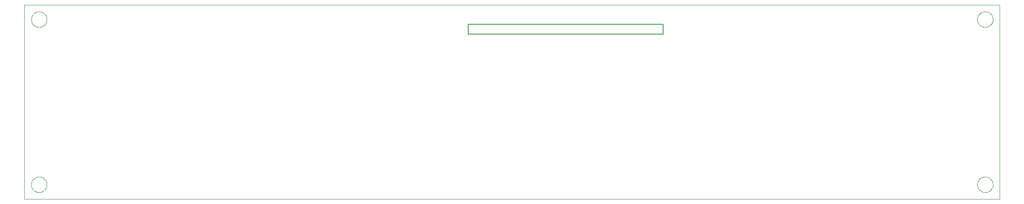
<source format=gbo>
G75*
%MOIN*%
%OFA0B0*%
%FSLAX25Y25*%
%IPPOS*%
%LPD*%
%AMOC8*
5,1,8,0,0,1.08239X$1,22.5*
%
%ADD10C,0.00000*%
%ADD11C,0.00500*%
D10*
X0001000Y0001000D02*
X0001000Y0158480D01*
X0788402Y0158480D01*
X0788402Y0001000D01*
X0001000Y0001000D01*
X0006512Y0012811D02*
X0006514Y0012969D01*
X0006520Y0013127D01*
X0006530Y0013285D01*
X0006544Y0013443D01*
X0006562Y0013600D01*
X0006583Y0013757D01*
X0006609Y0013913D01*
X0006639Y0014069D01*
X0006672Y0014224D01*
X0006710Y0014377D01*
X0006751Y0014530D01*
X0006796Y0014682D01*
X0006845Y0014833D01*
X0006898Y0014982D01*
X0006954Y0015130D01*
X0007014Y0015276D01*
X0007078Y0015421D01*
X0007146Y0015564D01*
X0007217Y0015706D01*
X0007291Y0015846D01*
X0007369Y0015983D01*
X0007451Y0016119D01*
X0007535Y0016253D01*
X0007624Y0016384D01*
X0007715Y0016513D01*
X0007810Y0016640D01*
X0007907Y0016765D01*
X0008008Y0016887D01*
X0008112Y0017006D01*
X0008219Y0017123D01*
X0008329Y0017237D01*
X0008442Y0017348D01*
X0008557Y0017457D01*
X0008675Y0017562D01*
X0008796Y0017664D01*
X0008919Y0017764D01*
X0009045Y0017860D01*
X0009173Y0017953D01*
X0009303Y0018043D01*
X0009436Y0018129D01*
X0009571Y0018213D01*
X0009707Y0018292D01*
X0009846Y0018369D01*
X0009987Y0018441D01*
X0010129Y0018511D01*
X0010273Y0018576D01*
X0010419Y0018638D01*
X0010566Y0018696D01*
X0010715Y0018751D01*
X0010865Y0018802D01*
X0011016Y0018849D01*
X0011168Y0018892D01*
X0011321Y0018931D01*
X0011476Y0018967D01*
X0011631Y0018998D01*
X0011787Y0019026D01*
X0011943Y0019050D01*
X0012100Y0019070D01*
X0012258Y0019086D01*
X0012415Y0019098D01*
X0012574Y0019106D01*
X0012732Y0019110D01*
X0012890Y0019110D01*
X0013048Y0019106D01*
X0013207Y0019098D01*
X0013364Y0019086D01*
X0013522Y0019070D01*
X0013679Y0019050D01*
X0013835Y0019026D01*
X0013991Y0018998D01*
X0014146Y0018967D01*
X0014301Y0018931D01*
X0014454Y0018892D01*
X0014606Y0018849D01*
X0014757Y0018802D01*
X0014907Y0018751D01*
X0015056Y0018696D01*
X0015203Y0018638D01*
X0015349Y0018576D01*
X0015493Y0018511D01*
X0015635Y0018441D01*
X0015776Y0018369D01*
X0015915Y0018292D01*
X0016051Y0018213D01*
X0016186Y0018129D01*
X0016319Y0018043D01*
X0016449Y0017953D01*
X0016577Y0017860D01*
X0016703Y0017764D01*
X0016826Y0017664D01*
X0016947Y0017562D01*
X0017065Y0017457D01*
X0017180Y0017348D01*
X0017293Y0017237D01*
X0017403Y0017123D01*
X0017510Y0017006D01*
X0017614Y0016887D01*
X0017715Y0016765D01*
X0017812Y0016640D01*
X0017907Y0016513D01*
X0017998Y0016384D01*
X0018087Y0016253D01*
X0018171Y0016119D01*
X0018253Y0015983D01*
X0018331Y0015846D01*
X0018405Y0015706D01*
X0018476Y0015564D01*
X0018544Y0015421D01*
X0018608Y0015276D01*
X0018668Y0015130D01*
X0018724Y0014982D01*
X0018777Y0014833D01*
X0018826Y0014682D01*
X0018871Y0014530D01*
X0018912Y0014377D01*
X0018950Y0014224D01*
X0018983Y0014069D01*
X0019013Y0013913D01*
X0019039Y0013757D01*
X0019060Y0013600D01*
X0019078Y0013443D01*
X0019092Y0013285D01*
X0019102Y0013127D01*
X0019108Y0012969D01*
X0019110Y0012811D01*
X0019108Y0012653D01*
X0019102Y0012495D01*
X0019092Y0012337D01*
X0019078Y0012179D01*
X0019060Y0012022D01*
X0019039Y0011865D01*
X0019013Y0011709D01*
X0018983Y0011553D01*
X0018950Y0011398D01*
X0018912Y0011245D01*
X0018871Y0011092D01*
X0018826Y0010940D01*
X0018777Y0010789D01*
X0018724Y0010640D01*
X0018668Y0010492D01*
X0018608Y0010346D01*
X0018544Y0010201D01*
X0018476Y0010058D01*
X0018405Y0009916D01*
X0018331Y0009776D01*
X0018253Y0009639D01*
X0018171Y0009503D01*
X0018087Y0009369D01*
X0017998Y0009238D01*
X0017907Y0009109D01*
X0017812Y0008982D01*
X0017715Y0008857D01*
X0017614Y0008735D01*
X0017510Y0008616D01*
X0017403Y0008499D01*
X0017293Y0008385D01*
X0017180Y0008274D01*
X0017065Y0008165D01*
X0016947Y0008060D01*
X0016826Y0007958D01*
X0016703Y0007858D01*
X0016577Y0007762D01*
X0016449Y0007669D01*
X0016319Y0007579D01*
X0016186Y0007493D01*
X0016051Y0007409D01*
X0015915Y0007330D01*
X0015776Y0007253D01*
X0015635Y0007181D01*
X0015493Y0007111D01*
X0015349Y0007046D01*
X0015203Y0006984D01*
X0015056Y0006926D01*
X0014907Y0006871D01*
X0014757Y0006820D01*
X0014606Y0006773D01*
X0014454Y0006730D01*
X0014301Y0006691D01*
X0014146Y0006655D01*
X0013991Y0006624D01*
X0013835Y0006596D01*
X0013679Y0006572D01*
X0013522Y0006552D01*
X0013364Y0006536D01*
X0013207Y0006524D01*
X0013048Y0006516D01*
X0012890Y0006512D01*
X0012732Y0006512D01*
X0012574Y0006516D01*
X0012415Y0006524D01*
X0012258Y0006536D01*
X0012100Y0006552D01*
X0011943Y0006572D01*
X0011787Y0006596D01*
X0011631Y0006624D01*
X0011476Y0006655D01*
X0011321Y0006691D01*
X0011168Y0006730D01*
X0011016Y0006773D01*
X0010865Y0006820D01*
X0010715Y0006871D01*
X0010566Y0006926D01*
X0010419Y0006984D01*
X0010273Y0007046D01*
X0010129Y0007111D01*
X0009987Y0007181D01*
X0009846Y0007253D01*
X0009707Y0007330D01*
X0009571Y0007409D01*
X0009436Y0007493D01*
X0009303Y0007579D01*
X0009173Y0007669D01*
X0009045Y0007762D01*
X0008919Y0007858D01*
X0008796Y0007958D01*
X0008675Y0008060D01*
X0008557Y0008165D01*
X0008442Y0008274D01*
X0008329Y0008385D01*
X0008219Y0008499D01*
X0008112Y0008616D01*
X0008008Y0008735D01*
X0007907Y0008857D01*
X0007810Y0008982D01*
X0007715Y0009109D01*
X0007624Y0009238D01*
X0007535Y0009369D01*
X0007451Y0009503D01*
X0007369Y0009639D01*
X0007291Y0009776D01*
X0007217Y0009916D01*
X0007146Y0010058D01*
X0007078Y0010201D01*
X0007014Y0010346D01*
X0006954Y0010492D01*
X0006898Y0010640D01*
X0006845Y0010789D01*
X0006796Y0010940D01*
X0006751Y0011092D01*
X0006710Y0011245D01*
X0006672Y0011398D01*
X0006639Y0011553D01*
X0006609Y0011709D01*
X0006583Y0011865D01*
X0006562Y0012022D01*
X0006544Y0012179D01*
X0006530Y0012337D01*
X0006520Y0012495D01*
X0006514Y0012653D01*
X0006512Y0012811D01*
X0006512Y0146669D02*
X0006514Y0146827D01*
X0006520Y0146985D01*
X0006530Y0147143D01*
X0006544Y0147301D01*
X0006562Y0147458D01*
X0006583Y0147615D01*
X0006609Y0147771D01*
X0006639Y0147927D01*
X0006672Y0148082D01*
X0006710Y0148235D01*
X0006751Y0148388D01*
X0006796Y0148540D01*
X0006845Y0148691D01*
X0006898Y0148840D01*
X0006954Y0148988D01*
X0007014Y0149134D01*
X0007078Y0149279D01*
X0007146Y0149422D01*
X0007217Y0149564D01*
X0007291Y0149704D01*
X0007369Y0149841D01*
X0007451Y0149977D01*
X0007535Y0150111D01*
X0007624Y0150242D01*
X0007715Y0150371D01*
X0007810Y0150498D01*
X0007907Y0150623D01*
X0008008Y0150745D01*
X0008112Y0150864D01*
X0008219Y0150981D01*
X0008329Y0151095D01*
X0008442Y0151206D01*
X0008557Y0151315D01*
X0008675Y0151420D01*
X0008796Y0151522D01*
X0008919Y0151622D01*
X0009045Y0151718D01*
X0009173Y0151811D01*
X0009303Y0151901D01*
X0009436Y0151987D01*
X0009571Y0152071D01*
X0009707Y0152150D01*
X0009846Y0152227D01*
X0009987Y0152299D01*
X0010129Y0152369D01*
X0010273Y0152434D01*
X0010419Y0152496D01*
X0010566Y0152554D01*
X0010715Y0152609D01*
X0010865Y0152660D01*
X0011016Y0152707D01*
X0011168Y0152750D01*
X0011321Y0152789D01*
X0011476Y0152825D01*
X0011631Y0152856D01*
X0011787Y0152884D01*
X0011943Y0152908D01*
X0012100Y0152928D01*
X0012258Y0152944D01*
X0012415Y0152956D01*
X0012574Y0152964D01*
X0012732Y0152968D01*
X0012890Y0152968D01*
X0013048Y0152964D01*
X0013207Y0152956D01*
X0013364Y0152944D01*
X0013522Y0152928D01*
X0013679Y0152908D01*
X0013835Y0152884D01*
X0013991Y0152856D01*
X0014146Y0152825D01*
X0014301Y0152789D01*
X0014454Y0152750D01*
X0014606Y0152707D01*
X0014757Y0152660D01*
X0014907Y0152609D01*
X0015056Y0152554D01*
X0015203Y0152496D01*
X0015349Y0152434D01*
X0015493Y0152369D01*
X0015635Y0152299D01*
X0015776Y0152227D01*
X0015915Y0152150D01*
X0016051Y0152071D01*
X0016186Y0151987D01*
X0016319Y0151901D01*
X0016449Y0151811D01*
X0016577Y0151718D01*
X0016703Y0151622D01*
X0016826Y0151522D01*
X0016947Y0151420D01*
X0017065Y0151315D01*
X0017180Y0151206D01*
X0017293Y0151095D01*
X0017403Y0150981D01*
X0017510Y0150864D01*
X0017614Y0150745D01*
X0017715Y0150623D01*
X0017812Y0150498D01*
X0017907Y0150371D01*
X0017998Y0150242D01*
X0018087Y0150111D01*
X0018171Y0149977D01*
X0018253Y0149841D01*
X0018331Y0149704D01*
X0018405Y0149564D01*
X0018476Y0149422D01*
X0018544Y0149279D01*
X0018608Y0149134D01*
X0018668Y0148988D01*
X0018724Y0148840D01*
X0018777Y0148691D01*
X0018826Y0148540D01*
X0018871Y0148388D01*
X0018912Y0148235D01*
X0018950Y0148082D01*
X0018983Y0147927D01*
X0019013Y0147771D01*
X0019039Y0147615D01*
X0019060Y0147458D01*
X0019078Y0147301D01*
X0019092Y0147143D01*
X0019102Y0146985D01*
X0019108Y0146827D01*
X0019110Y0146669D01*
X0019108Y0146511D01*
X0019102Y0146353D01*
X0019092Y0146195D01*
X0019078Y0146037D01*
X0019060Y0145880D01*
X0019039Y0145723D01*
X0019013Y0145567D01*
X0018983Y0145411D01*
X0018950Y0145256D01*
X0018912Y0145103D01*
X0018871Y0144950D01*
X0018826Y0144798D01*
X0018777Y0144647D01*
X0018724Y0144498D01*
X0018668Y0144350D01*
X0018608Y0144204D01*
X0018544Y0144059D01*
X0018476Y0143916D01*
X0018405Y0143774D01*
X0018331Y0143634D01*
X0018253Y0143497D01*
X0018171Y0143361D01*
X0018087Y0143227D01*
X0017998Y0143096D01*
X0017907Y0142967D01*
X0017812Y0142840D01*
X0017715Y0142715D01*
X0017614Y0142593D01*
X0017510Y0142474D01*
X0017403Y0142357D01*
X0017293Y0142243D01*
X0017180Y0142132D01*
X0017065Y0142023D01*
X0016947Y0141918D01*
X0016826Y0141816D01*
X0016703Y0141716D01*
X0016577Y0141620D01*
X0016449Y0141527D01*
X0016319Y0141437D01*
X0016186Y0141351D01*
X0016051Y0141267D01*
X0015915Y0141188D01*
X0015776Y0141111D01*
X0015635Y0141039D01*
X0015493Y0140969D01*
X0015349Y0140904D01*
X0015203Y0140842D01*
X0015056Y0140784D01*
X0014907Y0140729D01*
X0014757Y0140678D01*
X0014606Y0140631D01*
X0014454Y0140588D01*
X0014301Y0140549D01*
X0014146Y0140513D01*
X0013991Y0140482D01*
X0013835Y0140454D01*
X0013679Y0140430D01*
X0013522Y0140410D01*
X0013364Y0140394D01*
X0013207Y0140382D01*
X0013048Y0140374D01*
X0012890Y0140370D01*
X0012732Y0140370D01*
X0012574Y0140374D01*
X0012415Y0140382D01*
X0012258Y0140394D01*
X0012100Y0140410D01*
X0011943Y0140430D01*
X0011787Y0140454D01*
X0011631Y0140482D01*
X0011476Y0140513D01*
X0011321Y0140549D01*
X0011168Y0140588D01*
X0011016Y0140631D01*
X0010865Y0140678D01*
X0010715Y0140729D01*
X0010566Y0140784D01*
X0010419Y0140842D01*
X0010273Y0140904D01*
X0010129Y0140969D01*
X0009987Y0141039D01*
X0009846Y0141111D01*
X0009707Y0141188D01*
X0009571Y0141267D01*
X0009436Y0141351D01*
X0009303Y0141437D01*
X0009173Y0141527D01*
X0009045Y0141620D01*
X0008919Y0141716D01*
X0008796Y0141816D01*
X0008675Y0141918D01*
X0008557Y0142023D01*
X0008442Y0142132D01*
X0008329Y0142243D01*
X0008219Y0142357D01*
X0008112Y0142474D01*
X0008008Y0142593D01*
X0007907Y0142715D01*
X0007810Y0142840D01*
X0007715Y0142967D01*
X0007624Y0143096D01*
X0007535Y0143227D01*
X0007451Y0143361D01*
X0007369Y0143497D01*
X0007291Y0143634D01*
X0007217Y0143774D01*
X0007146Y0143916D01*
X0007078Y0144059D01*
X0007014Y0144204D01*
X0006954Y0144350D01*
X0006898Y0144498D01*
X0006845Y0144647D01*
X0006796Y0144798D01*
X0006751Y0144950D01*
X0006710Y0145103D01*
X0006672Y0145256D01*
X0006639Y0145411D01*
X0006609Y0145567D01*
X0006583Y0145723D01*
X0006562Y0145880D01*
X0006544Y0146037D01*
X0006530Y0146195D01*
X0006520Y0146353D01*
X0006514Y0146511D01*
X0006512Y0146669D01*
X0770292Y0146669D02*
X0770294Y0146827D01*
X0770300Y0146985D01*
X0770310Y0147143D01*
X0770324Y0147301D01*
X0770342Y0147458D01*
X0770363Y0147615D01*
X0770389Y0147771D01*
X0770419Y0147927D01*
X0770452Y0148082D01*
X0770490Y0148235D01*
X0770531Y0148388D01*
X0770576Y0148540D01*
X0770625Y0148691D01*
X0770678Y0148840D01*
X0770734Y0148988D01*
X0770794Y0149134D01*
X0770858Y0149279D01*
X0770926Y0149422D01*
X0770997Y0149564D01*
X0771071Y0149704D01*
X0771149Y0149841D01*
X0771231Y0149977D01*
X0771315Y0150111D01*
X0771404Y0150242D01*
X0771495Y0150371D01*
X0771590Y0150498D01*
X0771687Y0150623D01*
X0771788Y0150745D01*
X0771892Y0150864D01*
X0771999Y0150981D01*
X0772109Y0151095D01*
X0772222Y0151206D01*
X0772337Y0151315D01*
X0772455Y0151420D01*
X0772576Y0151522D01*
X0772699Y0151622D01*
X0772825Y0151718D01*
X0772953Y0151811D01*
X0773083Y0151901D01*
X0773216Y0151987D01*
X0773351Y0152071D01*
X0773487Y0152150D01*
X0773626Y0152227D01*
X0773767Y0152299D01*
X0773909Y0152369D01*
X0774053Y0152434D01*
X0774199Y0152496D01*
X0774346Y0152554D01*
X0774495Y0152609D01*
X0774645Y0152660D01*
X0774796Y0152707D01*
X0774948Y0152750D01*
X0775101Y0152789D01*
X0775256Y0152825D01*
X0775411Y0152856D01*
X0775567Y0152884D01*
X0775723Y0152908D01*
X0775880Y0152928D01*
X0776038Y0152944D01*
X0776195Y0152956D01*
X0776354Y0152964D01*
X0776512Y0152968D01*
X0776670Y0152968D01*
X0776828Y0152964D01*
X0776987Y0152956D01*
X0777144Y0152944D01*
X0777302Y0152928D01*
X0777459Y0152908D01*
X0777615Y0152884D01*
X0777771Y0152856D01*
X0777926Y0152825D01*
X0778081Y0152789D01*
X0778234Y0152750D01*
X0778386Y0152707D01*
X0778537Y0152660D01*
X0778687Y0152609D01*
X0778836Y0152554D01*
X0778983Y0152496D01*
X0779129Y0152434D01*
X0779273Y0152369D01*
X0779415Y0152299D01*
X0779556Y0152227D01*
X0779695Y0152150D01*
X0779831Y0152071D01*
X0779966Y0151987D01*
X0780099Y0151901D01*
X0780229Y0151811D01*
X0780357Y0151718D01*
X0780483Y0151622D01*
X0780606Y0151522D01*
X0780727Y0151420D01*
X0780845Y0151315D01*
X0780960Y0151206D01*
X0781073Y0151095D01*
X0781183Y0150981D01*
X0781290Y0150864D01*
X0781394Y0150745D01*
X0781495Y0150623D01*
X0781592Y0150498D01*
X0781687Y0150371D01*
X0781778Y0150242D01*
X0781867Y0150111D01*
X0781951Y0149977D01*
X0782033Y0149841D01*
X0782111Y0149704D01*
X0782185Y0149564D01*
X0782256Y0149422D01*
X0782324Y0149279D01*
X0782388Y0149134D01*
X0782448Y0148988D01*
X0782504Y0148840D01*
X0782557Y0148691D01*
X0782606Y0148540D01*
X0782651Y0148388D01*
X0782692Y0148235D01*
X0782730Y0148082D01*
X0782763Y0147927D01*
X0782793Y0147771D01*
X0782819Y0147615D01*
X0782840Y0147458D01*
X0782858Y0147301D01*
X0782872Y0147143D01*
X0782882Y0146985D01*
X0782888Y0146827D01*
X0782890Y0146669D01*
X0782888Y0146511D01*
X0782882Y0146353D01*
X0782872Y0146195D01*
X0782858Y0146037D01*
X0782840Y0145880D01*
X0782819Y0145723D01*
X0782793Y0145567D01*
X0782763Y0145411D01*
X0782730Y0145256D01*
X0782692Y0145103D01*
X0782651Y0144950D01*
X0782606Y0144798D01*
X0782557Y0144647D01*
X0782504Y0144498D01*
X0782448Y0144350D01*
X0782388Y0144204D01*
X0782324Y0144059D01*
X0782256Y0143916D01*
X0782185Y0143774D01*
X0782111Y0143634D01*
X0782033Y0143497D01*
X0781951Y0143361D01*
X0781867Y0143227D01*
X0781778Y0143096D01*
X0781687Y0142967D01*
X0781592Y0142840D01*
X0781495Y0142715D01*
X0781394Y0142593D01*
X0781290Y0142474D01*
X0781183Y0142357D01*
X0781073Y0142243D01*
X0780960Y0142132D01*
X0780845Y0142023D01*
X0780727Y0141918D01*
X0780606Y0141816D01*
X0780483Y0141716D01*
X0780357Y0141620D01*
X0780229Y0141527D01*
X0780099Y0141437D01*
X0779966Y0141351D01*
X0779831Y0141267D01*
X0779695Y0141188D01*
X0779556Y0141111D01*
X0779415Y0141039D01*
X0779273Y0140969D01*
X0779129Y0140904D01*
X0778983Y0140842D01*
X0778836Y0140784D01*
X0778687Y0140729D01*
X0778537Y0140678D01*
X0778386Y0140631D01*
X0778234Y0140588D01*
X0778081Y0140549D01*
X0777926Y0140513D01*
X0777771Y0140482D01*
X0777615Y0140454D01*
X0777459Y0140430D01*
X0777302Y0140410D01*
X0777144Y0140394D01*
X0776987Y0140382D01*
X0776828Y0140374D01*
X0776670Y0140370D01*
X0776512Y0140370D01*
X0776354Y0140374D01*
X0776195Y0140382D01*
X0776038Y0140394D01*
X0775880Y0140410D01*
X0775723Y0140430D01*
X0775567Y0140454D01*
X0775411Y0140482D01*
X0775256Y0140513D01*
X0775101Y0140549D01*
X0774948Y0140588D01*
X0774796Y0140631D01*
X0774645Y0140678D01*
X0774495Y0140729D01*
X0774346Y0140784D01*
X0774199Y0140842D01*
X0774053Y0140904D01*
X0773909Y0140969D01*
X0773767Y0141039D01*
X0773626Y0141111D01*
X0773487Y0141188D01*
X0773351Y0141267D01*
X0773216Y0141351D01*
X0773083Y0141437D01*
X0772953Y0141527D01*
X0772825Y0141620D01*
X0772699Y0141716D01*
X0772576Y0141816D01*
X0772455Y0141918D01*
X0772337Y0142023D01*
X0772222Y0142132D01*
X0772109Y0142243D01*
X0771999Y0142357D01*
X0771892Y0142474D01*
X0771788Y0142593D01*
X0771687Y0142715D01*
X0771590Y0142840D01*
X0771495Y0142967D01*
X0771404Y0143096D01*
X0771315Y0143227D01*
X0771231Y0143361D01*
X0771149Y0143497D01*
X0771071Y0143634D01*
X0770997Y0143774D01*
X0770926Y0143916D01*
X0770858Y0144059D01*
X0770794Y0144204D01*
X0770734Y0144350D01*
X0770678Y0144498D01*
X0770625Y0144647D01*
X0770576Y0144798D01*
X0770531Y0144950D01*
X0770490Y0145103D01*
X0770452Y0145256D01*
X0770419Y0145411D01*
X0770389Y0145567D01*
X0770363Y0145723D01*
X0770342Y0145880D01*
X0770324Y0146037D01*
X0770310Y0146195D01*
X0770300Y0146353D01*
X0770294Y0146511D01*
X0770292Y0146669D01*
X0770292Y0012811D02*
X0770294Y0012969D01*
X0770300Y0013127D01*
X0770310Y0013285D01*
X0770324Y0013443D01*
X0770342Y0013600D01*
X0770363Y0013757D01*
X0770389Y0013913D01*
X0770419Y0014069D01*
X0770452Y0014224D01*
X0770490Y0014377D01*
X0770531Y0014530D01*
X0770576Y0014682D01*
X0770625Y0014833D01*
X0770678Y0014982D01*
X0770734Y0015130D01*
X0770794Y0015276D01*
X0770858Y0015421D01*
X0770926Y0015564D01*
X0770997Y0015706D01*
X0771071Y0015846D01*
X0771149Y0015983D01*
X0771231Y0016119D01*
X0771315Y0016253D01*
X0771404Y0016384D01*
X0771495Y0016513D01*
X0771590Y0016640D01*
X0771687Y0016765D01*
X0771788Y0016887D01*
X0771892Y0017006D01*
X0771999Y0017123D01*
X0772109Y0017237D01*
X0772222Y0017348D01*
X0772337Y0017457D01*
X0772455Y0017562D01*
X0772576Y0017664D01*
X0772699Y0017764D01*
X0772825Y0017860D01*
X0772953Y0017953D01*
X0773083Y0018043D01*
X0773216Y0018129D01*
X0773351Y0018213D01*
X0773487Y0018292D01*
X0773626Y0018369D01*
X0773767Y0018441D01*
X0773909Y0018511D01*
X0774053Y0018576D01*
X0774199Y0018638D01*
X0774346Y0018696D01*
X0774495Y0018751D01*
X0774645Y0018802D01*
X0774796Y0018849D01*
X0774948Y0018892D01*
X0775101Y0018931D01*
X0775256Y0018967D01*
X0775411Y0018998D01*
X0775567Y0019026D01*
X0775723Y0019050D01*
X0775880Y0019070D01*
X0776038Y0019086D01*
X0776195Y0019098D01*
X0776354Y0019106D01*
X0776512Y0019110D01*
X0776670Y0019110D01*
X0776828Y0019106D01*
X0776987Y0019098D01*
X0777144Y0019086D01*
X0777302Y0019070D01*
X0777459Y0019050D01*
X0777615Y0019026D01*
X0777771Y0018998D01*
X0777926Y0018967D01*
X0778081Y0018931D01*
X0778234Y0018892D01*
X0778386Y0018849D01*
X0778537Y0018802D01*
X0778687Y0018751D01*
X0778836Y0018696D01*
X0778983Y0018638D01*
X0779129Y0018576D01*
X0779273Y0018511D01*
X0779415Y0018441D01*
X0779556Y0018369D01*
X0779695Y0018292D01*
X0779831Y0018213D01*
X0779966Y0018129D01*
X0780099Y0018043D01*
X0780229Y0017953D01*
X0780357Y0017860D01*
X0780483Y0017764D01*
X0780606Y0017664D01*
X0780727Y0017562D01*
X0780845Y0017457D01*
X0780960Y0017348D01*
X0781073Y0017237D01*
X0781183Y0017123D01*
X0781290Y0017006D01*
X0781394Y0016887D01*
X0781495Y0016765D01*
X0781592Y0016640D01*
X0781687Y0016513D01*
X0781778Y0016384D01*
X0781867Y0016253D01*
X0781951Y0016119D01*
X0782033Y0015983D01*
X0782111Y0015846D01*
X0782185Y0015706D01*
X0782256Y0015564D01*
X0782324Y0015421D01*
X0782388Y0015276D01*
X0782448Y0015130D01*
X0782504Y0014982D01*
X0782557Y0014833D01*
X0782606Y0014682D01*
X0782651Y0014530D01*
X0782692Y0014377D01*
X0782730Y0014224D01*
X0782763Y0014069D01*
X0782793Y0013913D01*
X0782819Y0013757D01*
X0782840Y0013600D01*
X0782858Y0013443D01*
X0782872Y0013285D01*
X0782882Y0013127D01*
X0782888Y0012969D01*
X0782890Y0012811D01*
X0782888Y0012653D01*
X0782882Y0012495D01*
X0782872Y0012337D01*
X0782858Y0012179D01*
X0782840Y0012022D01*
X0782819Y0011865D01*
X0782793Y0011709D01*
X0782763Y0011553D01*
X0782730Y0011398D01*
X0782692Y0011245D01*
X0782651Y0011092D01*
X0782606Y0010940D01*
X0782557Y0010789D01*
X0782504Y0010640D01*
X0782448Y0010492D01*
X0782388Y0010346D01*
X0782324Y0010201D01*
X0782256Y0010058D01*
X0782185Y0009916D01*
X0782111Y0009776D01*
X0782033Y0009639D01*
X0781951Y0009503D01*
X0781867Y0009369D01*
X0781778Y0009238D01*
X0781687Y0009109D01*
X0781592Y0008982D01*
X0781495Y0008857D01*
X0781394Y0008735D01*
X0781290Y0008616D01*
X0781183Y0008499D01*
X0781073Y0008385D01*
X0780960Y0008274D01*
X0780845Y0008165D01*
X0780727Y0008060D01*
X0780606Y0007958D01*
X0780483Y0007858D01*
X0780357Y0007762D01*
X0780229Y0007669D01*
X0780099Y0007579D01*
X0779966Y0007493D01*
X0779831Y0007409D01*
X0779695Y0007330D01*
X0779556Y0007253D01*
X0779415Y0007181D01*
X0779273Y0007111D01*
X0779129Y0007046D01*
X0778983Y0006984D01*
X0778836Y0006926D01*
X0778687Y0006871D01*
X0778537Y0006820D01*
X0778386Y0006773D01*
X0778234Y0006730D01*
X0778081Y0006691D01*
X0777926Y0006655D01*
X0777771Y0006624D01*
X0777615Y0006596D01*
X0777459Y0006572D01*
X0777302Y0006552D01*
X0777144Y0006536D01*
X0776987Y0006524D01*
X0776828Y0006516D01*
X0776670Y0006512D01*
X0776512Y0006512D01*
X0776354Y0006516D01*
X0776195Y0006524D01*
X0776038Y0006536D01*
X0775880Y0006552D01*
X0775723Y0006572D01*
X0775567Y0006596D01*
X0775411Y0006624D01*
X0775256Y0006655D01*
X0775101Y0006691D01*
X0774948Y0006730D01*
X0774796Y0006773D01*
X0774645Y0006820D01*
X0774495Y0006871D01*
X0774346Y0006926D01*
X0774199Y0006984D01*
X0774053Y0007046D01*
X0773909Y0007111D01*
X0773767Y0007181D01*
X0773626Y0007253D01*
X0773487Y0007330D01*
X0773351Y0007409D01*
X0773216Y0007493D01*
X0773083Y0007579D01*
X0772953Y0007669D01*
X0772825Y0007762D01*
X0772699Y0007858D01*
X0772576Y0007958D01*
X0772455Y0008060D01*
X0772337Y0008165D01*
X0772222Y0008274D01*
X0772109Y0008385D01*
X0771999Y0008499D01*
X0771892Y0008616D01*
X0771788Y0008735D01*
X0771687Y0008857D01*
X0771590Y0008982D01*
X0771495Y0009109D01*
X0771404Y0009238D01*
X0771315Y0009369D01*
X0771231Y0009503D01*
X0771149Y0009639D01*
X0771071Y0009776D01*
X0770997Y0009916D01*
X0770926Y0010058D01*
X0770858Y0010201D01*
X0770794Y0010346D01*
X0770734Y0010492D01*
X0770678Y0010640D01*
X0770625Y0010789D01*
X0770576Y0010940D01*
X0770531Y0011092D01*
X0770490Y0011245D01*
X0770452Y0011398D01*
X0770419Y0011553D01*
X0770389Y0011709D01*
X0770363Y0011865D01*
X0770342Y0012022D01*
X0770324Y0012179D01*
X0770310Y0012337D01*
X0770300Y0012495D01*
X0770294Y0012653D01*
X0770292Y0012811D01*
D11*
X0516748Y0134858D02*
X0359268Y0134858D01*
X0359268Y0142732D01*
X0426197Y0142732D01*
X0516748Y0142732D01*
X0516748Y0134858D01*
M02*

</source>
